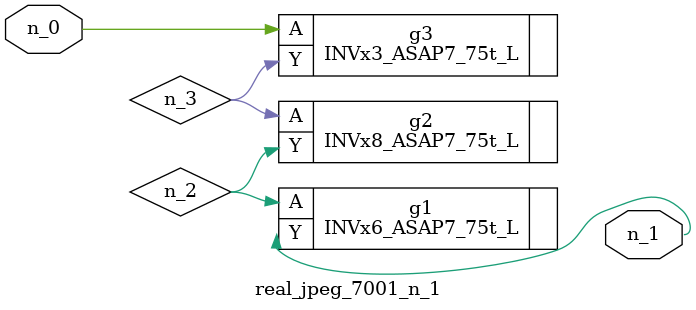
<source format=v>
module real_jpeg_7001_n_1 (n_0, n_1);

input n_0;

output n_1;

wire n_3;
wire n_2;

INVx3_ASAP7_75t_L g3 ( 
.A(n_0),
.Y(n_3)
);

INVx6_ASAP7_75t_L g1 ( 
.A(n_2),
.Y(n_1)
);

INVx8_ASAP7_75t_L g2 ( 
.A(n_3),
.Y(n_2)
);


endmodule
</source>
